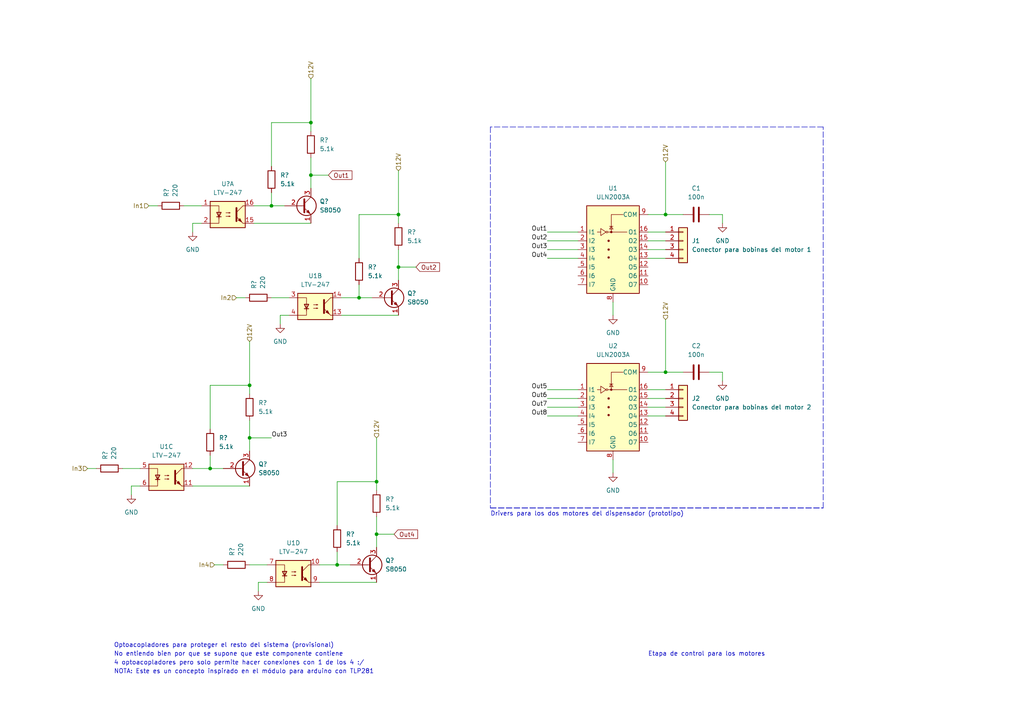
<source format=kicad_sch>
(kicad_sch (version 20211123) (generator eeschema)
  (paper "A4")
  (lib_symbols
    (symbol "Connector_Generic:Conn_01x04" (pin_names (offset 1.016) hide)
      (property "Reference" "J" (at 0 5.08 0))
      (property "Value" "Conn_01x04" (at 0 -7.62 0))
      (symbol "Conn_01x04_1_1"
        (rectangle (start -1.27 -4.953) (end 0 -5.207) (stroke (width 0.1524)))
        (rectangle (start -1.27 -2.413) (end 0 -2.667) (stroke (width 0.1524)))
        (rectangle (start -1.27 0.127) (end 0 -0.127) (stroke (width 0.1524)))
        (rectangle (start -1.27 2.667) (end 0 2.413) (stroke (width 0.1524)))
        (rectangle (start -1.27 3.81) (end 1.27 -6.35) (stroke (width 0.254)) (fill (type background)))
        (pin passive line (at -5.08 2.54 0) (length 3.81) (name "Pin_1") (number "1"))
        (pin passive line (at -5.08 0 0) (length 3.81) (name "Pin_2") (number "2"))
        (pin passive line (at -5.08 -2.54 0) (length 3.81) (name "Pin_3") (number "3"))
        (pin passive line (at -5.08 -5.08 0) (length 3.81) (name "Pin_4") (number "4"))
      )
    )
    (symbol "Device:C" (pin_numbers hide) (pin_names (offset 0.254))
      (property "Reference" "C" (at 0.635 2.54 0))
      (property "Value" "C" (at 0.635 -2.54 0))
      (symbol "C_0_1"
        (polyline (pts (xy -2.032 -0.762) (xy 2.032 -0.762)) (stroke (width 0.508)))
        (polyline (pts (xy -2.032 0.762) (xy 2.032 0.762)) (stroke (width 0.508)))
      )
      (symbol "C_1_1"
        (pin passive line (at 0 3.81 270) (length 2.794) (name "~") (number "1"))
        (pin passive line (at 0 -3.81 90) (length 2.794) (name "~") (number "2"))
      )
    )
    (symbol "Device:R" (pin_numbers hide) (pin_names (offset 0))
      (property "Reference" "R" (at 2.032 0 90))
      (property "Value" "R" (at 0 0 90))
      (symbol "R_0_1"
        (rectangle (start -1.016 -2.54) (end 1.016 2.54) (stroke (width 0.254)))
      )
      (symbol "R_1_1"
        (pin passive line (at 0 3.81 270) (length 1.27) (name "~") (number "1"))
        (pin passive line (at 0 -3.81 90) (length 1.27) (name "~") (number "2"))
      )
    )
    (symbol "Isolator:LTV-247"
      (property "Reference" "U" (at -5.08 5.08 0))
      (property "Value" "LTV-247" (at 0 5.08 0))
      (symbol "LTV-247_0_1"
        (rectangle (start -5.08 3.81) (end 5.08 -3.81) (stroke (width 0.254)) (fill (type background)))
        (polyline (pts (xy -3.175 -0.635) (xy -1.905 -0.635)) (stroke (width 0.254)))
        (polyline (pts (xy 2.54 0.635) (xy 4.445 2.54)))
        (polyline (pts (xy 4.445 -2.54) (xy 2.54 -0.635)) (fill (type outline)))
        (polyline (pts (xy 4.445 -2.54) (xy 5.08 -2.54)))
        (polyline (pts (xy 4.445 2.54) (xy 5.08 2.54)))
        (polyline (pts (xy -2.54 -0.635) (xy -2.54 -2.54) (xy -5.08 -2.54)))
        (polyline (pts (xy 2.54 1.905) (xy 2.54 -1.905) (xy 2.54 -1.905)) (stroke (width 0.508)))
        (polyline (pts (xy -5.08 2.54) (xy -2.54 2.54) (xy -2.54 -1.27) (xy -2.54 0.635)))
        (polyline (pts (xy -2.54 -0.635) (xy -3.175 0.635) (xy -1.905 0.635) (xy -2.54 -0.635)) (stroke (width 0.254)))
        (polyline (pts (xy -0.508 -0.508) (xy 0.762 -0.508) (xy 0.381 -0.635) (xy 0.381 -0.381) (xy 0.762 -0.508)))
        (polyline (pts (xy -0.508 0.508) (xy 0.762 0.508) (xy 0.381 0.381) (xy 0.381 0.635) (xy 0.762 0.508)))
        (polyline (pts (xy 3.048 -1.651) (xy 3.556 -1.143) (xy 4.064 -2.159) (xy 3.048 -1.651) (xy 3.048 -1.651)) (fill (type outline)))
      )
      (symbol "LTV-247_1_1"
        (pin passive line (at -7.62 2.54 0) (length 2.54) (name "~") (number "1"))
        (pin passive line (at 7.62 -2.54 180) (length 2.54) (name "~") (number "15"))
        (pin passive line (at 7.62 2.54 180) (length 2.54) (name "~") (number "16"))
        (pin passive line (at -7.62 -2.54 0) (length 2.54) (name "~") (number "2"))
      )
      (symbol "LTV-247_2_1"
        (pin passive line (at 7.62 -2.54 180) (length 2.54) (name "~") (number "13"))
        (pin passive line (at 7.62 2.54 180) (length 2.54) (name "~") (number "14"))
        (pin passive line (at -7.62 2.54 0) (length 2.54) (name "~") (number "3"))
        (pin passive line (at -7.62 -2.54 0) (length 2.54) (name "~") (number "4"))
      )
      (symbol "LTV-247_3_1"
        (pin passive line (at 7.62 -2.54 180) (length 2.54) (name "~") (number "11"))
        (pin passive line (at 7.62 2.54 180) (length 2.54) (name "~") (number "12"))
        (pin passive line (at -7.62 2.54 0) (length 2.54) (name "~") (number "5"))
        (pin passive line (at -7.62 -2.54 0) (length 2.54) (name "~") (number "6"))
      )
      (symbol "LTV-247_4_1"
        (pin passive line (at 7.62 2.54 180) (length 2.54) (name "~") (number "10"))
        (pin passive line (at -7.62 2.54 0) (length 2.54) (name "~") (number "7"))
        (pin passive line (at -7.62 -2.54 0) (length 2.54) (name "~") (number "8"))
        (pin passive line (at 7.62 -2.54 180) (length 2.54) (name "~") (number "9"))
      )
    )
    (symbol "Transistor_Array:ULN2003A"
      (property "Reference" "U" (at 0 15.875 0))
      (property "Value" "ULN2003A" (at 0 13.97 0))
      (symbol "ULN2003A_0_1"
        (rectangle (start -7.62 -12.7) (end 7.62 12.7) (stroke (width 0.254)) (fill (type background)))
        (circle (center -1.778 5.08) (radius 0.254))
        (circle (center -1.27 -2.286) (radius 0.254) (fill (type outline)))
        (circle (center -1.27 0) (radius 0.254) (fill (type outline)))
        (circle (center -1.27 2.54) (radius 0.254) (fill (type outline)))
        (circle (center -0.508 5.08) (radius 0.254) (fill (type outline)))
        (polyline (pts (xy -4.572 5.08) (xy -3.556 5.08)))
        (polyline (pts (xy -1.524 5.08) (xy 4.064 5.08)))
        (polyline (pts (xy 0 6.731) (xy -1.016 6.731)))
        (polyline (pts (xy -0.508 5.08) (xy -0.508 10.16) (xy 2.921 10.16)))
        (polyline (pts (xy -3.556 6.096) (xy -3.556 4.064) (xy -2.032 5.08) (xy -3.556 6.096)))
        (polyline (pts (xy 0 5.969) (xy -1.016 5.969) (xy -0.508 6.731) (xy 0 5.969)))
      )
      (symbol "ULN2003A_1_1"
        (pin input line (at -10.16 5.08 0) (length 2.54) (name "I1") (number "1"))
        (pin open_collector line (at 10.16 -10.16 180) (length 2.54) (name "O7") (number "10"))
        (pin open_collector line (at 10.16 -7.62 180) (length 2.54) (name "O6") (number "11"))
        (pin open_collector line (at 10.16 -5.08 180) (length 2.54) (name "O5") (number "12"))
        (pin open_collector line (at 10.16 -2.54 180) (length 2.54) (name "O4") (number "13"))
        (pin open_collector line (at 10.16 0 180) (length 2.54) (name "O3") (number "14"))
        (pin open_collector line (at 10.16 2.54 180) (length 2.54) (name "O2") (number "15"))
        (pin open_collector line (at 10.16 5.08 180) (length 2.54) (name "O1") (number "16"))
        (pin input line (at -10.16 2.54 0) (length 2.54) (name "I2") (number "2"))
        (pin input line (at -10.16 0 0) (length 2.54) (name "I3") (number "3"))
        (pin input line (at -10.16 -2.54 0) (length 2.54) (name "I4") (number "4"))
        (pin input line (at -10.16 -5.08 0) (length 2.54) (name "I5") (number "5"))
        (pin input line (at -10.16 -7.62 0) (length 2.54) (name "I6") (number "6"))
        (pin input line (at -10.16 -10.16 0) (length 2.54) (name "I7") (number "7"))
        (pin power_in line (at 0 -15.24 90) (length 2.54) (name "GND") (number "8"))
        (pin passive line (at 10.16 10.16 180) (length 2.54) (name "COM") (number "9"))
      )
    )
    (symbol "Transistor_BJT:S8050" (pin_names (offset 0) hide)
      (property "Reference" "Q" (at 5.08 1.905 0))
      (property "Value" "S8050" (at 5.08 0 0))
      (symbol "S8050_0_1"
        (polyline (pts (xy 0 0) (xy 0.635 0)))
        (polyline (pts (xy 0.635 0.635) (xy 2.54 2.54)))
        (polyline (pts (xy 0.635 -0.635) (xy 2.54 -2.54) (xy 2.54 -2.54)))
        (polyline (pts (xy 0.635 1.905) (xy 0.635 -1.905) (xy 0.635 -1.905)) (stroke (width 0.508)))
        (polyline (pts (xy 1.27 -1.778) (xy 1.778 -1.27) (xy 2.286 -2.286) (xy 1.27 -1.778) (xy 1.27 -1.778)) (fill (type outline)))
        (circle (center 1.27 0) (radius 2.8194) (stroke (width 0.254)))
      )
      (symbol "S8050_1_1"
        (pin passive line (at 2.54 -5.08 90) (length 2.54) (name "E") (number "1"))
        (pin input line (at -5.08 0 0) (length 5.08) (name "B") (number "2"))
        (pin passive line (at 2.54 5.08 270) (length 2.54) (name "C") (number "3"))
      )
    )
    (symbol "power:GND" (power) (pin_names (offset 0))
      (property "Value" "GND" (at 0 -3.81 0))
      (symbol "GND_0_1"
        (polyline (pts (xy 0 0) (xy 0 -1.27) (xy 1.27 -1.27) (xy 0 -2.54) (xy -1.27 -1.27) (xy 0 -1.27)))
      )
      (symbol "GND_1_1"
        (pin power_in line (at 0 0 270) (length 0) hide (name "GND") (number "1"))
      )
    )
  )
  (junction (at 78.74 59.69))
  (junction (at 193.04 107.95))
  (junction (at 60.96 135.89))
  (junction (at 72.39 111.76))
  (junction (at 115.57 62.23))
  (junction (at 72.39 127))
  (junction (at 104.14 86.36))
  (junction (at 193.04 62.23))
  (junction (at 90.17 35.56))
  (junction (at 109.22 139.7))
  (junction (at 97.79 163.83))
  (junction (at 115.57 77.47))
  (junction (at 109.22 154.94))
  (junction (at 90.17 50.8))
  (wire (pts (xy 158.75 115.57) (xy 167.64 115.57)))
  (wire (pts (xy 209.55 64.77) (xy 209.55 62.23)))
  (wire (pts (xy 109.22 154.94) (xy 114.3 154.94)))
  (wire (pts (xy 58.42 64.77) (xy 55.88 64.77)))
  (wire (pts (xy 60.96 135.89) (xy 64.77 135.89)))
  (wire (pts (xy 115.57 77.47) (xy 120.65 77.47)))
  (wire (pts (xy 205.74 62.23) (xy 209.55 62.23)))
  (wire (pts (xy 92.71 163.83) (xy 97.79 163.83)))
  (wire (pts (xy 177.8 87.63) (xy 177.8 91.44)))
  (wire (pts (xy 187.96 107.95) (xy 193.04 107.95)))
  (wire (pts (xy 78.74 35.56) (xy 90.17 35.56)))
  (wire (pts (xy 115.57 62.23) (xy 115.57 64.77)))
  (wire (pts (xy 99.06 91.44) (xy 115.57 91.44)))
  (wire (pts (xy 72.39 111.76) (xy 72.39 114.3)))
  (wire (pts (xy 193.04 118.11) (xy 187.96 118.11)))
  (wire (pts (xy 109.22 127) (xy 109.22 139.7)))
  (wire (pts (xy 104.14 86.36) (xy 107.95 86.36)))
  (wire (pts (xy 158.75 120.65) (xy 167.64 120.65)))
  (wire (pts (xy 104.14 62.23) (xy 115.57 62.23)))
  (wire (pts (xy 62.23 163.83) (xy 64.77 163.83)))
  (wire (pts (xy 193.04 92.71) (xy 193.04 107.95)))
  (wire (pts (xy 90.17 50.8) (xy 95.25 50.8)))
  (wire (pts (xy 193.04 62.23) (xy 198.12 62.23)))
  (wire (pts (xy 81.28 91.44) (xy 81.28 93.98)))
  (wire (pts (xy 90.17 50.8) (xy 90.17 54.61)))
  (wire (pts (xy 193.04 74.93) (xy 187.96 74.93)))
  (wire (pts (xy 72.39 163.83) (xy 77.47 163.83)))
  (wire (pts (xy 40.64 140.97) (xy 38.1 140.97)))
  (wire (pts (xy 193.04 69.85) (xy 187.96 69.85)))
  (wire (pts (xy 109.22 149.86) (xy 109.22 154.94)))
  (wire (pts (xy 78.74 55.88) (xy 78.74 59.69)))
  (wire (pts (xy 158.75 67.31) (xy 167.64 67.31)))
  (wire (pts (xy 97.79 163.83) (xy 101.6 163.83)))
  (wire (pts (xy 193.04 67.31) (xy 187.96 67.31)))
  (wire (pts (xy 104.14 82.55) (xy 104.14 86.36)))
  (wire (pts (xy 74.93 168.91) (xy 74.93 171.45)))
  (wire (pts (xy 60.96 132.08) (xy 60.96 135.89)))
  (wire (pts (xy 43.18 59.69) (xy 45.72 59.69)))
  (wire (pts (xy 83.82 91.44) (xy 81.28 91.44)))
  (wire (pts (xy 72.39 121.92) (xy 72.39 127)))
  (wire (pts (xy 158.75 113.03) (xy 167.64 113.03)))
  (wire (pts (xy 177.8 133.35) (xy 177.8 137.16)))
  (wire (pts (xy 193.04 107.95) (xy 198.12 107.95)))
  (wire (pts (xy 193.04 46.99) (xy 193.04 62.23)))
  (wire (pts (xy 193.04 72.39) (xy 187.96 72.39)))
  (polyline (pts (xy 142.24 147.32) (xy 238.76 147.32)))
  (wire (pts (xy 55.88 64.77) (xy 55.88 67.31)))
  (wire (pts (xy 72.39 99.06) (xy 72.39 111.76)))
  (wire (pts (xy 53.34 59.69) (xy 58.42 59.69)))
  (wire (pts (xy 92.71 168.91) (xy 109.22 168.91)))
  (wire (pts (xy 205.74 107.95) (xy 209.55 107.95)))
  (wire (pts (xy 193.04 115.57) (xy 187.96 115.57)))
  (wire (pts (xy 109.22 154.94) (xy 109.22 158.75)))
  (polyline (pts (xy 238.76 36.83) (xy 142.24 36.83)))
  (wire (pts (xy 90.17 45.72) (xy 90.17 50.8)))
  (wire (pts (xy 25.4 135.89) (xy 27.94 135.89)))
  (wire (pts (xy 97.79 160.02) (xy 97.79 163.83)))
  (wire (pts (xy 78.74 86.36) (xy 83.82 86.36)))
  (wire (pts (xy 99.06 86.36) (xy 104.14 86.36)))
  (wire (pts (xy 78.74 127) (xy 72.39 127)))
  (wire (pts (xy 193.04 113.03) (xy 187.96 113.03)))
  (polyline (pts (xy 142.24 36.83) (xy 142.24 147.32)))
  (wire (pts (xy 97.79 139.7) (xy 97.79 152.4)))
  (wire (pts (xy 109.22 139.7) (xy 109.22 142.24)))
  (wire (pts (xy 38.1 140.97) (xy 38.1 143.51)))
  (wire (pts (xy 158.75 72.39) (xy 167.64 72.39)))
  (wire (pts (xy 60.96 111.76) (xy 60.96 124.46)))
  (wire (pts (xy 78.74 35.56) (xy 78.74 48.26)))
  (wire (pts (xy 73.66 59.69) (xy 78.74 59.69)))
  (wire (pts (xy 187.96 62.23) (xy 193.04 62.23)))
  (wire (pts (xy 72.39 127) (xy 72.39 130.81)))
  (wire (pts (xy 158.75 69.85) (xy 167.64 69.85)))
  (wire (pts (xy 35.56 135.89) (xy 40.64 135.89)))
  (wire (pts (xy 55.88 140.97) (xy 72.39 140.97)))
  (wire (pts (xy 104.14 62.23) (xy 104.14 74.93)))
  (wire (pts (xy 73.66 64.77) (xy 90.17 64.77)))
  (wire (pts (xy 115.57 72.39) (xy 115.57 77.47)))
  (wire (pts (xy 115.57 77.47) (xy 115.57 81.28)))
  (wire (pts (xy 90.17 22.86) (xy 90.17 35.56)))
  (wire (pts (xy 115.57 49.53) (xy 115.57 62.23)))
  (wire (pts (xy 68.58 86.36) (xy 71.12 86.36)))
  (wire (pts (xy 158.75 118.11) (xy 167.64 118.11)))
  (wire (pts (xy 78.74 59.69) (xy 82.55 59.69)))
  (wire (pts (xy 158.75 74.93) (xy 167.64 74.93)))
  (wire (pts (xy 193.04 120.65) (xy 187.96 120.65)))
  (wire (pts (xy 55.88 135.89) (xy 60.96 135.89)))
  (polyline (pts (xy 238.76 147.32) (xy 238.76 36.83)))
  (wire (pts (xy 60.96 111.76) (xy 72.39 111.76)))
  (polyline (pts (xy 142.24 147.32) (xy 238.76 147.32)))
  (wire (pts (xy 90.17 35.56) (xy 90.17 38.1)))
  (wire (pts (xy 77.47 168.91) (xy 74.93 168.91)))
  (wire (pts (xy 97.79 139.7) (xy 109.22 139.7)))
  (wire (pts (xy 209.55 110.49) (xy 209.55 107.95)))
  (text "Drivers para los dos motores del dispensador (prototipo)" (at 142.24 149.86 0) (effects (font (size 1.27 1.27)) (justify left bottom)))
  (text "Etapa de control para los motores" (at 187.96 190.5 0) (effects (font (size 1.27 1.27)) (justify left bottom)))
  (text "4 optoacopladores pero solo permite hacer conexiones con 1 de los 4 :/" (at 33.02 193.04 0) (effects (font (size 1.27 1.27)) (justify left bottom)))
  (text "Optoacopladores para proteger el resto del sistema (provisional)\n" (at 33.02 187.96 0) (effects (font (size 1.27 1.27)) (justify left bottom)))
  (text "NOTA: Este es un concepto inspirado en el módulo para arduino con TLP281" (at 33.02 195.58 0) (effects (font (size 1.27 1.27)) (justify left bottom)))
  (text "No entiendo bien por que se supone que este componente contiene" (at 33.02 190.5 0) (effects (font (size 1.27 1.27)) (justify left bottom)))
  (label "Out6" (at 158.75 115.57 180))
  (label "Out4" (at 158.75 74.93 180))
  (label "Out7" (at 158.75 118.11 180))
  (label "Out5" (at 158.75 113.03 180))
  (label "Out2" (at 158.75 69.85 180))
  (label "Out1" (at 158.75 67.31 180))
  (label "Out8" (at 158.75 120.65 180))
  (label "Out3" (at 158.75 72.39 180))
  (label "Out3" (at 78.74 127 0))
  (global_label "Out4" (shape input) (at 114.3 154.94 0) (property "Intersheet References" "${INTERSHEET_REFS}" (effects hide)))
  (global_label "Out1" (shape input) (at 95.25 50.8 0) (property "Intersheet References" "${INTERSHEET_REFS}" (effects hide)))
  (global_label "Out2" (shape input) (at 120.65 77.47 0) (property "Intersheet References" "${INTERSHEET_REFS}" (effects hide)))
  (hierarchical_label "In3" (shape input) (at 25.4 135.89 180))
  (hierarchical_label "12V" (shape input) (at 72.39 99.06 90))
  (hierarchical_label "12V" (shape input) (at 193.04 46.99 90))
  (hierarchical_label "12V" (shape input) (at 115.57 49.53 90))
  (hierarchical_label "In4" (shape input) (at 62.23 163.83 180))
  (hierarchical_label "12V" (shape input) (at 109.22 127 90))
  (hierarchical_label "In1" (shape input) (at 43.18 59.69 180))
  (hierarchical_label "12V" (shape input) (at 90.17 22.86 90))
  (hierarchical_label "12V" (shape input) (at 193.04 92.71 90))
  (hierarchical_label "In2" (shape input) (at 68.58 86.36 180))
  (symbol (lib_id "Isolator:LTV-247") (at 91.44 88.9 0) (unit 2)
    (property "Reference" "U1" (at 91.44 80.01 0))
    (property "Value" "LTV-247" (at 91.44 82.55 0))
    (property "Footprint" "Package_SO:SOP-16_4.4x10.4mm_P1.27mm" (effects hide))
    (property "Datasheet" "http://optoelectronics.liteon.com/upload/download/DS70-2009-0014/LTV-2X7%20sereis%20Mar17.PDF" (effects hide))
  )
  (symbol (lib_id "Isolator:LTV-247") (at 48.26 138.43 0) (unit 3)
    (property "Reference" "U1" (at 48.26 129.54 0))
    (property "Value" "LTV-247" (at 48.26 132.08 0))
    (property "Footprint" "Package_SO:SOP-16_4.4x10.4mm_P1.27mm" (effects hide))
    (property "Datasheet" "http://optoelectronics.liteon.com/upload/download/DS70-2009-0014/LTV-2X7%20sereis%20Mar17.PDF" (effects hide))
  )
  (symbol (lib_id "Device:R") (at 97.79 156.21 0) (unit 1)
    (property "Reference" "R?" (at 100.33 154.9399 0) (effects (justify left)))
    (property "Value" "5.1k" (at 100.33 157.4799 0) (effects (justify left)))
  )
  (symbol (lib_id "Isolator:LTV-247") (at 85.09 166.37 0) (unit 4)
    (property "Reference" "U1" (at 85.09 157.48 0))
    (property "Value" "LTV-247" (at 85.09 160.02 0))
    (property "Footprint" "Package_SO:SOP-16_4.4x10.4mm_P1.27mm" (effects hide))
    (property "Datasheet" "http://optoelectronics.liteon.com/upload/download/DS70-2009-0014/LTV-2X7%20sereis%20Mar17.PDF" (effects hide))
  )
  (symbol (lib_id "power:GND") (at 38.1 143.51 0) (unit 1)
    (property "Reference" "#PWR?" (effects hide))
    (property "Value" "GND" (at 38.1 148.59 0))
  )
  (symbol (lib_id "Device:R") (at 49.53 59.69 90) (unit 1)
    (property "Reference" "R?" (at 48.2599 57.15 0) (effects (justify left)))
    (property "Value" "220" (at 50.7999 57.15 0) (effects (justify left)))
  )
  (symbol (lib_id "Device:R") (at 68.58 163.83 90) (unit 1)
    (property "Reference" "R?" (at 67.3099 161.29 0) (effects (justify left)))
    (property "Value" "220" (at 69.8499 161.29 0) (effects (justify left)))
  )
  (symbol (lib_id "power:GND") (at 177.8 137.16 0) (unit 1)
    (property "Reference" "#PWR?" (effects hide))
    (property "Value" "GND" (at 177.8 142.24 0))
  )
  (symbol (lib_id "Device:R") (at 72.39 118.11 0) (unit 1)
    (property "Reference" "R?" (at 74.93 116.8399 0) (effects (justify left)))
    (property "Value" "5.1k" (at 74.93 119.3799 0) (effects (justify left)))
  )
  (symbol (lib_id "Device:C") (at 201.93 62.23 90) (unit 1)
    (property "Reference" "C1" (at 201.93 54.61 90))
    (property "Value" "100n" (at 201.93 57.15 90))
  )
  (symbol (lib_id "Device:R") (at 60.96 128.27 0) (unit 1)
    (property "Reference" "R?" (at 63.5 126.9999 0) (effects (justify left)))
    (property "Value" "5.1k" (at 63.5 129.5399 0) (effects (justify left)))
  )
  (symbol (lib_id "Device:R") (at 104.14 78.74 0) (unit 1)
    (property "Reference" "R?" (at 106.68 77.4699 0) (effects (justify left)))
    (property "Value" "5.1k" (at 106.68 80.0099 0) (effects (justify left)))
  )
  (symbol (lib_id "Transistor_Array:ULN2003A") (at 177.8 72.39 0) (unit 1)
    (property "Reference" "U1" (at 177.8 54.61 0))
    (property "Value" "ULN2003A" (at 177.8 57.15 0))
    (property "Datasheet" "http://www.ti.com/lit/ds/symlink/uln2003a.pdf" (effects hide))
  )
  (symbol (lib_id "Transistor_Array:ULN2003A") (at 177.8 118.11 0) (unit 1)
    (property "Reference" "U2" (at 177.8 100.33 0))
    (property "Value" "ULN2003A" (at 177.8 102.87 0))
    (property "Datasheet" "http://www.ti.com/lit/ds/symlink/uln2003a.pdf" (effects hide))
  )
  (symbol (lib_id "Transistor_BJT:S8050") (at 69.85 135.89 0) (unit 1)
    (property "Reference" "Q?" (at 74.93 134.6199 0) (effects (justify left)))
    (property "Value" "S8050" (at 74.93 137.1599 0) (effects (justify left)))
    (property "Footprint" "Package_TO_SOT_THT:TO-92_Inline" (effects hide))
    (property "Datasheet" "http://www.unisonic.com.tw/datasheet/S8050.pdf" (effects hide))
  )
  (symbol (lib_id "power:GND") (at 209.55 110.49 0) (unit 1)
    (property "Reference" "#PWR?" (effects hide))
    (property "Value" "GND" (at 209.55 115.57 0))
  )
  (symbol (lib_id "Transistor_BJT:S8050") (at 106.68 163.83 0) (unit 1)
    (property "Reference" "Q?" (at 111.76 162.5599 0) (effects (justify left)))
    (property "Value" "S8050" (at 111.76 165.0999 0) (effects (justify left)))
    (property "Footprint" "Package_TO_SOT_THT:TO-92_Inline" (effects hide))
    (property "Datasheet" "http://www.unisonic.com.tw/datasheet/S8050.pdf" (effects hide))
  )
  (symbol (lib_id "Transistor_BJT:S8050") (at 87.63 59.69 0) (unit 1)
    (property "Reference" "Q?" (at 92.71 58.4199 0) (effects (justify left)))
    (property "Value" "S8050" (at 92.71 60.9599 0) (effects (justify left)))
    (property "Footprint" "Package_TO_SOT_THT:TO-92_Inline" (effects hide))
    (property "Datasheet" "http://www.unisonic.com.tw/datasheet/S8050.pdf" (effects hide))
  )
  (symbol (lib_id "Transistor_BJT:S8050") (at 113.03 86.36 0) (unit 1)
    (property "Reference" "Q?" (at 118.11 85.0899 0) (effects (justify left)))
    (property "Value" "S8050" (at 118.11 87.6299 0) (effects (justify left)))
    (property "Footprint" "Package_TO_SOT_THT:TO-92_Inline" (effects hide))
    (property "Datasheet" "http://www.unisonic.com.tw/datasheet/S8050.pdf" (effects hide))
  )
  (symbol (lib_id "power:GND") (at 74.93 171.45 0) (unit 1)
    (property "Reference" "#PWR?" (effects hide))
    (property "Value" "GND" (at 74.93 176.53 0))
  )
  (symbol (lib_id "Connector_Generic:Conn_01x04") (at 198.12 115.57 0) (unit 1)
    (property "Reference" "J2" (at 200.66 115.5699 0) (effects (justify left)))
    (property "Value" "Conector para bobinas del motor 2" (at 200.66 118.1099 0) (effects (justify left)))
  )
  (symbol (lib_id "Device:R") (at 78.74 52.07 0) (unit 1)
    (property "Reference" "R?" (at 81.28 50.7999 0) (effects (justify left)))
    (property "Value" "5.1k" (at 81.28 53.3399 0) (effects (justify left)))
  )
  (symbol (lib_id "Device:R") (at 74.93 86.36 90) (unit 1)
    (property "Reference" "R?" (at 73.6599 83.82 0) (effects (justify left)))
    (property "Value" "220" (at 76.1999 83.82 0) (effects (justify left)))
  )
  (symbol (lib_id "power:GND") (at 177.8 91.44 0) (unit 1)
    (property "Reference" "#PWR?" (effects hide))
    (property "Value" "GND" (at 177.8 96.52 0))
  )
  (symbol (lib_id "power:GND") (at 81.28 93.98 0) (unit 1)
    (property "Reference" "#PWR?" (effects hide))
    (property "Value" "GND" (at 81.28 99.06 0))
  )
  (symbol (lib_id "Device:R") (at 90.17 41.91 0) (unit 1)
    (property "Reference" "R?" (at 92.71 40.6399 0) (effects (justify left)))
    (property "Value" "5.1k" (at 92.71 43.1799 0) (effects (justify left)))
  )
  (symbol (lib_id "power:GND") (at 55.88 67.31 0) (unit 1)
    (property "Reference" "#PWR?" (effects hide))
    (property "Value" "GND" (at 55.88 72.39 0))
  )
  (symbol (lib_id "Device:R") (at 109.22 146.05 0) (unit 1)
    (property "Reference" "R?" (at 111.76 144.7799 0) (effects (justify left)))
    (property "Value" "5.1k" (at 111.76 147.3199 0) (effects (justify left)))
  )
  (symbol (lib_id "Device:C") (at 201.93 107.95 90) (unit 1)
    (property "Reference" "C2" (at 201.93 100.33 90))
    (property "Value" "100n" (at 201.93 102.87 90))
  )
  (symbol (lib_id "Device:R") (at 115.57 68.58 0) (unit 1)
    (property "Reference" "R?" (at 118.11 67.3099 0) (effects (justify left)))
    (property "Value" "5.1k" (at 118.11 69.8499 0) (effects (justify left)))
  )
  (symbol (lib_id "power:GND") (at 209.55 64.77 0) (unit 1)
    (property "Reference" "#PWR?" (effects hide))
    (property "Value" "GND" (at 209.55 69.85 0))
  )
  (symbol (lib_id "Connector_Generic:Conn_01x04") (at 198.12 69.85 0) (unit 1)
    (property "Reference" "J1" (at 200.66 69.8499 0) (effects (justify left)))
    (property "Value" "Conector para bobinas del motor 1" (at 200.66 72.3899 0) (effects (justify left)))
  )
  (symbol (lib_id "Device:R") (at 31.75 135.89 90) (unit 1)
    (property "Reference" "R?" (at 30.4799 133.35 0) (effects (justify left)))
    (property "Value" "220" (at 33.0199 133.35 0) (effects (justify left)))
  )
  (symbol (lib_id "Isolator:LTV-247") (at 66.04 62.23 0) (unit 1)
    (property "Reference" "U?" (at 66.04 53.34 0))
    (property "Value" "LTV-247" (at 66.04 55.88 0))
    (property "Footprint" "Package_SO:SOP-16_4.4x10.4mm_P1.27mm" (effects hide))
    (property "Datasheet" "http://optoelectronics.liteon.com/upload/download/DS70-2009-0014/LTV-2X7%20sereis%20Mar17.PDF" (effects hide))
  )
)
</source>
